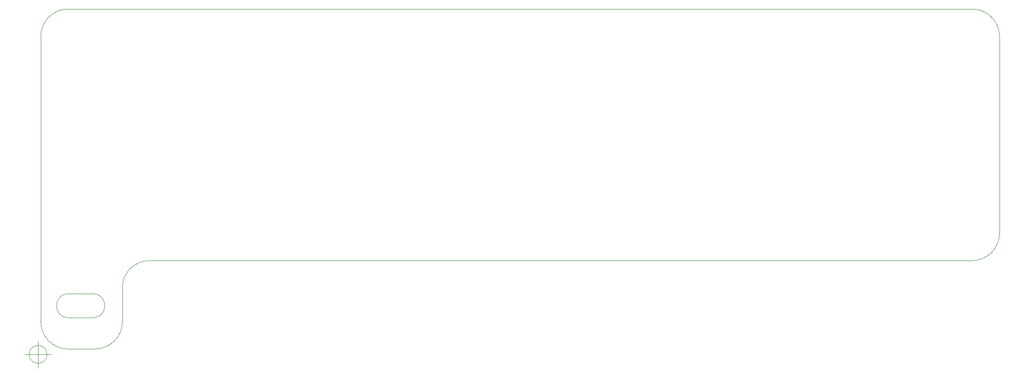
<source format=gm1>
G04 #@! TF.GenerationSoftware,KiCad,Pcbnew,6.0.7-f9a2dced07~116~ubuntu22.04.1*
G04 #@! TF.CreationDate,2022-10-14T14:53:26-07:00*
G04 #@! TF.ProjectId,badge-18650,62616467-652d-4313-9836-35302e6b6963,rev?*
G04 #@! TF.SameCoordinates,Original*
G04 #@! TF.FileFunction,Profile,NP*
%FSLAX46Y46*%
G04 Gerber Fmt 4.6, Leading zero omitted, Abs format (unit mm)*
G04 Created by KiCad (PCBNEW 6.0.7-f9a2dced07~116~ubuntu22.04.1) date 2022-10-14 14:53:26*
%MOMM*%
%LPD*%
G01*
G04 APERTURE LIST*
G04 #@! TA.AperFunction,Profile*
%ADD10C,0.100000*%
G04 #@! TD*
G04 APERTURE END LIST*
D10*
X113842800Y-147140917D02*
X109347000Y-147140917D01*
X278130000Y-140970000D02*
G75*
G03*
X283210000Y-135890000I0J5080000D01*
G01*
X127000000Y-140970000D02*
X224790000Y-140970000D01*
X114300000Y-157480000D02*
X109220000Y-157480000D01*
X109220000Y-93980000D02*
G75*
G03*
X104140000Y-99060000I0J-5080000D01*
G01*
X124460000Y-140970000D02*
X127000000Y-140970000D01*
X259080000Y-140970000D02*
X269457898Y-140970000D01*
X124460000Y-140970000D02*
G75*
G03*
X119380000Y-146050000I0J-5080000D01*
G01*
X119380000Y-146050000D02*
X119380000Y-152400000D01*
X269457898Y-140970000D02*
X278130000Y-140970000D01*
X259080000Y-93980000D02*
X269457898Y-93980000D01*
X259080000Y-93980000D02*
X109220000Y-93980000D01*
X278130000Y-93980000D02*
X269457898Y-93980000D01*
X283210000Y-99060000D02*
X283210000Y-135890000D01*
X113842800Y-151664683D02*
X109347000Y-151664683D01*
X113842800Y-151664683D02*
G75*
G03*
X113842800Y-147140917I0J2261883D01*
G01*
X114300000Y-157480000D02*
G75*
G03*
X119380000Y-152400000I0J5080000D01*
G01*
X283210000Y-99060000D02*
G75*
G03*
X278130000Y-93980000I-5080000J0D01*
G01*
X104140000Y-152400000D02*
G75*
G03*
X109220000Y-157480000I5080000J0D01*
G01*
X251460000Y-140970000D02*
X224790000Y-140970000D01*
X251460000Y-140970000D02*
X259080000Y-140970000D01*
X104140000Y-99060000D02*
X104140000Y-152400000D01*
X109347000Y-147140917D02*
G75*
G03*
X109347000Y-151664683I0J-2261883D01*
G01*
X105298666Y-158496000D02*
G75*
G03*
X105298666Y-158496000I-1666666J0D01*
G01*
X101132000Y-158496000D02*
X106132000Y-158496000D01*
X103632000Y-155996000D02*
X103632000Y-160996000D01*
M02*

</source>
